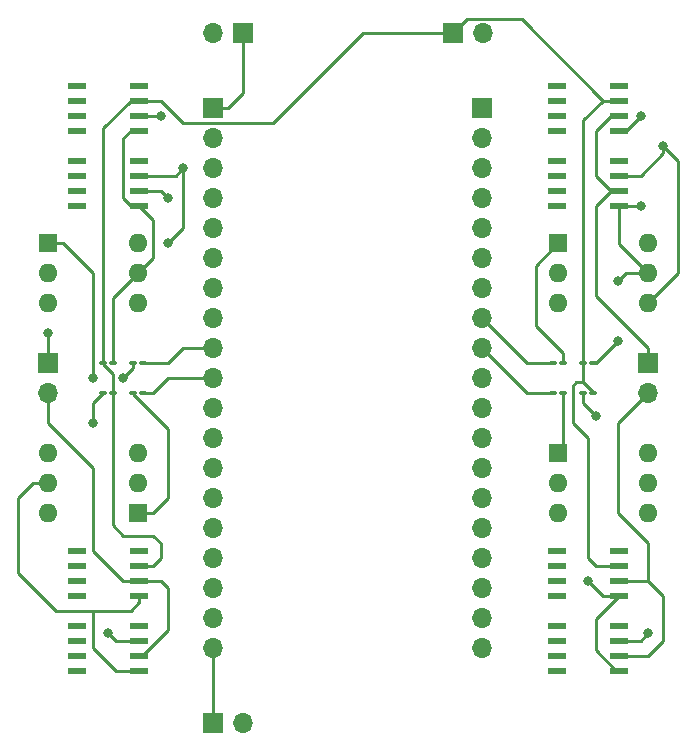
<source format=gtl>
G04 #@! TF.GenerationSoftware,KiCad,Pcbnew,(6.0.2)*
G04 #@! TF.CreationDate,2022-11-25T11:25:02-08:00*
G04 #@! TF.ProjectId,robot_pcb,726f626f-745f-4706-9362-2e6b69636164,rev?*
G04 #@! TF.SameCoordinates,Original*
G04 #@! TF.FileFunction,Copper,L1,Top*
G04 #@! TF.FilePolarity,Positive*
%FSLAX46Y46*%
G04 Gerber Fmt 4.6, Leading zero omitted, Abs format (unit mm)*
G04 Created by KiCad (PCBNEW (6.0.2)) date 2022-11-25 11:25:02*
%MOMM*%
%LPD*%
G01*
G04 APERTURE LIST*
G04 Aperture macros list*
%AMRoundRect*
0 Rectangle with rounded corners*
0 $1 Rounding radius*
0 $2 $3 $4 $5 $6 $7 $8 $9 X,Y pos of 4 corners*
0 Add a 4 corners polygon primitive as box body*
4,1,4,$2,$3,$4,$5,$6,$7,$8,$9,$2,$3,0*
0 Add four circle primitives for the rounded corners*
1,1,$1+$1,$2,$3*
1,1,$1+$1,$4,$5*
1,1,$1+$1,$6,$7*
1,1,$1+$1,$8,$9*
0 Add four rect primitives between the rounded corners*
20,1,$1+$1,$2,$3,$4,$5,0*
20,1,$1+$1,$4,$5,$6,$7,0*
20,1,$1+$1,$6,$7,$8,$9,0*
20,1,$1+$1,$8,$9,$2,$3,0*%
G04 Aperture macros list end*
G04 #@! TA.AperFunction,ComponentPad*
%ADD10R,1.700000X1.700000*%
G04 #@! TD*
G04 #@! TA.AperFunction,ComponentPad*
%ADD11O,1.700000X1.700000*%
G04 #@! TD*
G04 #@! TA.AperFunction,SMDPad,CuDef*
%ADD12RoundRect,0.041300X0.748700X0.253700X-0.748700X0.253700X-0.748700X-0.253700X0.748700X-0.253700X0*%
G04 #@! TD*
G04 #@! TA.AperFunction,SMDPad,CuDef*
%ADD13RoundRect,0.100000X0.217500X0.100000X-0.217500X0.100000X-0.217500X-0.100000X0.217500X-0.100000X0*%
G04 #@! TD*
G04 #@! TA.AperFunction,ComponentPad*
%ADD14R,1.600000X1.600000*%
G04 #@! TD*
G04 #@! TA.AperFunction,ComponentPad*
%ADD15O,1.600000X1.600000*%
G04 #@! TD*
G04 #@! TA.AperFunction,SMDPad,CuDef*
%ADD16RoundRect,0.100000X-0.217500X-0.100000X0.217500X-0.100000X0.217500X0.100000X-0.217500X0.100000X0*%
G04 #@! TD*
G04 #@! TA.AperFunction,ViaPad*
%ADD17C,0.800000*%
G04 #@! TD*
G04 #@! TA.AperFunction,Conductor*
%ADD18C,0.250000*%
G04 #@! TD*
G04 APERTURE END LIST*
D10*
X111760000Y-119380000D03*
D11*
X114300000Y-119380000D03*
D12*
X105495000Y-108585000D03*
X105495000Y-107315000D03*
X105495000Y-106045000D03*
X105495000Y-104775000D03*
X100245000Y-104775000D03*
X100245000Y-106045000D03*
X100245000Y-107315000D03*
X100245000Y-108585000D03*
X105495000Y-69215000D03*
X105495000Y-67945000D03*
X105495000Y-66675000D03*
X105495000Y-65405000D03*
X100245000Y-65405000D03*
X100245000Y-66675000D03*
X100245000Y-67945000D03*
X100245000Y-69215000D03*
D10*
X111760000Y-67320000D03*
D11*
X111760000Y-69860000D03*
X111760000Y-72400000D03*
X111760000Y-74940000D03*
X111760000Y-77480000D03*
X111760000Y-80020000D03*
X111760000Y-82560000D03*
X111760000Y-85100000D03*
X111760000Y-87640000D03*
X111760000Y-90180000D03*
X111760000Y-92720000D03*
X111760000Y-95260000D03*
X111760000Y-97800000D03*
X111760000Y-100340000D03*
X111760000Y-102880000D03*
X111760000Y-105420000D03*
X111760000Y-107960000D03*
X111760000Y-110500000D03*
X111760000Y-113040000D03*
D12*
X105495000Y-114935000D03*
X105495000Y-113665000D03*
X105495000Y-112395000D03*
X105495000Y-111125000D03*
X100245000Y-111125000D03*
X100245000Y-112395000D03*
X100245000Y-113665000D03*
X100245000Y-114935000D03*
X146135000Y-75565000D03*
X146135000Y-74295000D03*
X146135000Y-73025000D03*
X146135000Y-71755000D03*
X140885000Y-71755000D03*
X140885000Y-73025000D03*
X140885000Y-74295000D03*
X140885000Y-75565000D03*
D10*
X114300000Y-60960000D03*
D11*
X111760000Y-60960000D03*
D13*
X141377500Y-88900000D03*
X140562500Y-88900000D03*
D12*
X146135000Y-108585000D03*
X146135000Y-107315000D03*
X146135000Y-106045000D03*
X146135000Y-104775000D03*
X140885000Y-104775000D03*
X140885000Y-106045000D03*
X140885000Y-107315000D03*
X140885000Y-108585000D03*
D14*
X140970000Y-78740000D03*
D15*
X140970000Y-81280000D03*
X140970000Y-83820000D03*
X148590000Y-83820000D03*
X148590000Y-81280000D03*
X148590000Y-78740000D03*
D12*
X146135000Y-114935000D03*
X146135000Y-113665000D03*
X146135000Y-112395000D03*
X146135000Y-111125000D03*
X140885000Y-111125000D03*
X140885000Y-112395000D03*
X140885000Y-113665000D03*
X140885000Y-114935000D03*
D16*
X102462500Y-91440000D03*
X103277500Y-91440000D03*
D10*
X134560000Y-67310000D03*
D11*
X134560000Y-69850000D03*
X134560000Y-72390000D03*
X134560000Y-74930000D03*
X134560000Y-77470000D03*
X134560000Y-80010000D03*
X134560000Y-82550000D03*
X134560000Y-85090000D03*
X134560000Y-87630000D03*
X134560000Y-90170000D03*
X134560000Y-92710000D03*
X134560000Y-95250000D03*
X134560000Y-97790000D03*
X134560000Y-100330000D03*
X134560000Y-102870000D03*
X134560000Y-105410000D03*
X134560000Y-107950000D03*
X134560000Y-110490000D03*
X134560000Y-113030000D03*
D13*
X141377500Y-91440000D03*
X140562500Y-91440000D03*
D12*
X105495000Y-75565000D03*
X105495000Y-74295000D03*
X105495000Y-73025000D03*
X105495000Y-71755000D03*
X100245000Y-71755000D03*
X100245000Y-73025000D03*
X100245000Y-74295000D03*
X100245000Y-75565000D03*
D16*
X105002500Y-88900000D03*
X105817500Y-88900000D03*
D14*
X97800000Y-78740000D03*
D15*
X97800000Y-81280000D03*
X97800000Y-83820000D03*
X105420000Y-83820000D03*
X105420000Y-81280000D03*
X105420000Y-78740000D03*
D12*
X146135000Y-69215000D03*
X146135000Y-67945000D03*
X146135000Y-66675000D03*
X146135000Y-65405000D03*
X140885000Y-65405000D03*
X140885000Y-66675000D03*
X140885000Y-67945000D03*
X140885000Y-69215000D03*
D14*
X140980000Y-96535000D03*
D15*
X140980000Y-99075000D03*
X140980000Y-101615000D03*
X148600000Y-101615000D03*
X148600000Y-99075000D03*
X148600000Y-96535000D03*
D13*
X143917500Y-88900000D03*
X143102500Y-88900000D03*
D10*
X132080000Y-60960000D03*
D11*
X134620000Y-60960000D03*
D10*
X97790000Y-88900000D03*
D11*
X97790000Y-91440000D03*
D10*
X148590000Y-88900000D03*
D11*
X148590000Y-91440000D03*
D13*
X103287500Y-88900000D03*
X102472500Y-88900000D03*
D16*
X143102500Y-91440000D03*
X143917500Y-91440000D03*
D14*
X105400000Y-101585000D03*
D15*
X105400000Y-99045000D03*
X105400000Y-96505000D03*
X97780000Y-96505000D03*
X97780000Y-99045000D03*
X97780000Y-101585000D03*
D16*
X105002500Y-91440000D03*
X105817500Y-91440000D03*
D17*
X104140000Y-90170000D03*
X101600000Y-90170000D03*
X101600000Y-93980000D03*
X147955000Y-75565000D03*
X147955000Y-67945000D03*
X146050000Y-81915000D03*
X146050000Y-86995000D03*
X144145000Y-93345000D03*
X143510000Y-107315000D03*
X107315000Y-67945000D03*
X107950000Y-74930000D03*
X97790000Y-86360000D03*
X107950000Y-78740000D03*
X149860000Y-70485000D03*
X109220000Y-72390000D03*
X102870000Y-111760000D03*
X148590000Y-111760000D03*
D18*
X105002500Y-89307500D02*
X104140000Y-90170000D01*
X101600000Y-90170000D02*
X101600000Y-81280000D01*
X105002500Y-88900000D02*
X105002500Y-89307500D01*
X99060000Y-78740000D02*
X97800000Y-78740000D01*
X101600000Y-81280000D02*
X99060000Y-78740000D01*
X114300000Y-66040000D02*
X114300000Y-60960000D01*
X113020000Y-67320000D02*
X114300000Y-66040000D01*
X111760000Y-67320000D02*
X113020000Y-67320000D01*
X104140000Y-69850000D02*
X104140000Y-74930000D01*
X106680000Y-80020000D02*
X106680000Y-76750000D01*
X105420000Y-81280000D02*
X106680000Y-80020000D01*
X106680000Y-76750000D02*
X105495000Y-75565000D01*
X103287500Y-83412500D02*
X103287500Y-88900000D01*
X105420000Y-81280000D02*
X103287500Y-83412500D01*
X105495000Y-69215000D02*
X104775000Y-69215000D01*
X104775000Y-75565000D02*
X105495000Y-75565000D01*
X104775000Y-69215000D02*
X104140000Y-69850000D01*
X104140000Y-74930000D02*
X104775000Y-75565000D01*
X146135000Y-106045000D02*
X144145000Y-106045000D01*
X103277500Y-102642500D02*
X104140000Y-103505000D01*
X142240000Y-93980000D02*
X142240000Y-90805000D01*
X116840000Y-68580000D02*
X124460000Y-60960000D01*
X124460000Y-60960000D02*
X132080000Y-60960000D01*
X104775000Y-66675000D02*
X105495000Y-66675000D01*
X143510000Y-105410000D02*
X143510000Y-95250000D01*
X107315000Y-105410000D02*
X106680000Y-106045000D01*
X143102500Y-90522139D02*
X143917500Y-91337139D01*
X103277500Y-91440000D02*
X103277500Y-89807861D01*
X106680000Y-106045000D02*
X105495000Y-106045000D01*
X143102500Y-88900000D02*
X143102500Y-68352500D01*
X103277500Y-89807861D02*
X102472500Y-89002861D01*
X102472500Y-68977500D02*
X104775000Y-66675000D01*
X143102500Y-68352500D02*
X144780000Y-66675000D01*
X143917500Y-91337139D02*
X143917500Y-91440000D01*
X144780000Y-66675000D02*
X146135000Y-66675000D01*
X144145000Y-106045000D02*
X143510000Y-105410000D01*
X102472500Y-89002861D02*
X102472500Y-88900000D01*
X107315000Y-66675000D02*
X109220000Y-68580000D01*
X133254511Y-59785489D02*
X132080000Y-60960000D01*
X109220000Y-68580000D02*
X116840000Y-68580000D01*
X144780000Y-66675000D02*
X137890489Y-59785489D01*
X103277500Y-91440000D02*
X103277500Y-102642500D01*
X137890489Y-59785489D02*
X133254511Y-59785489D01*
X142522861Y-90522139D02*
X143102500Y-90522139D01*
X105495000Y-66675000D02*
X107315000Y-66675000D01*
X106680000Y-103505000D02*
X107315000Y-104140000D01*
X143510000Y-95250000D02*
X142240000Y-93980000D01*
X104140000Y-103505000D02*
X106680000Y-103505000D01*
X102472500Y-88900000D02*
X102472500Y-68977500D01*
X142240000Y-90805000D02*
X142522861Y-90522139D01*
X143102500Y-88900000D02*
X143102500Y-90522139D01*
X107315000Y-104140000D02*
X107315000Y-105410000D01*
X97780000Y-99045000D02*
X96535000Y-99045000D01*
X101600000Y-92302500D02*
X102462500Y-91440000D01*
X98425000Y-109855000D02*
X101600000Y-109855000D01*
X101600000Y-113030000D02*
X101600000Y-109855000D01*
X105495000Y-114935000D02*
X103505000Y-114935000D01*
X95250000Y-106680000D02*
X98425000Y-109855000D01*
X101600000Y-93980000D02*
X101600000Y-92302500D01*
X103505000Y-114935000D02*
X101600000Y-113030000D01*
X101600000Y-109855000D02*
X104775000Y-109855000D01*
X96535000Y-99045000D02*
X95250000Y-100330000D01*
X105495000Y-109135000D02*
X105495000Y-108585000D01*
X95250000Y-100330000D02*
X95250000Y-106680000D01*
X104775000Y-109855000D02*
X105495000Y-109135000D01*
X141377500Y-88900000D02*
X141377500Y-88037500D01*
X139065000Y-80645000D02*
X140970000Y-78740000D01*
X141377500Y-88037500D02*
X139065000Y-85725000D01*
X139065000Y-85725000D02*
X139065000Y-80645000D01*
X143917500Y-88900000D02*
X144145000Y-88900000D01*
X146685000Y-81280000D02*
X146050000Y-81915000D01*
X146685000Y-69215000D02*
X146135000Y-69215000D01*
X147955000Y-75565000D02*
X146135000Y-75565000D01*
X148590000Y-81280000D02*
X146135000Y-78825000D01*
X147955000Y-67945000D02*
X146685000Y-69215000D01*
X148590000Y-81280000D02*
X146685000Y-81280000D01*
X144145000Y-88900000D02*
X146050000Y-86995000D01*
X146135000Y-78825000D02*
X146135000Y-75565000D01*
X146135000Y-114935000D02*
X145885253Y-114935000D01*
X146135000Y-108585000D02*
X144780000Y-108585000D01*
X144780000Y-108585000D02*
X143510000Y-107315000D01*
X144145000Y-110575000D02*
X146135000Y-108585000D01*
X145885253Y-114935000D02*
X144145000Y-113194747D01*
X144145000Y-93345000D02*
X143102500Y-92302500D01*
X143102500Y-91440000D02*
X143102500Y-92302500D01*
X144145000Y-113194747D02*
X144145000Y-110575000D01*
X140980000Y-96535000D02*
X141377500Y-96137500D01*
X141377500Y-96137500D02*
X141377500Y-91440000D01*
X111760000Y-87640000D02*
X109210000Y-87640000D01*
X109210000Y-87640000D02*
X107950000Y-88900000D01*
X107950000Y-88900000D02*
X105817500Y-88900000D01*
X140562500Y-88900000D02*
X138370000Y-88900000D01*
X138370000Y-88900000D02*
X134560000Y-85090000D01*
X107960000Y-90180000D02*
X111760000Y-90180000D01*
X106680000Y-91440000D02*
X107950000Y-90170000D01*
X107950000Y-90170000D02*
X107960000Y-90180000D01*
X105817500Y-91440000D02*
X106680000Y-91440000D01*
X140562500Y-91440000D02*
X138370000Y-91440000D01*
X138370000Y-91440000D02*
X134560000Y-87630000D01*
X111760000Y-113040000D02*
X111760000Y-119380000D01*
X107950000Y-100330000D02*
X107950000Y-94490361D01*
X105002500Y-91542861D02*
X105002500Y-91440000D01*
X105400000Y-101585000D02*
X106695000Y-101585000D01*
X107950000Y-94490361D02*
X105002500Y-91542861D01*
X106695000Y-101585000D02*
X107950000Y-100330000D01*
X97790000Y-88900000D02*
X97790000Y-86360000D01*
X105495000Y-67945000D02*
X107315000Y-67945000D01*
X107950000Y-74930000D02*
X107315000Y-74295000D01*
X107315000Y-74295000D02*
X105495000Y-74295000D01*
X104140000Y-107315000D02*
X105495000Y-107315000D01*
X101600000Y-104775000D02*
X104140000Y-107315000D01*
X107950000Y-107950000D02*
X107315000Y-107315000D01*
X97790000Y-91440000D02*
X97790000Y-93980000D01*
X105744747Y-113665000D02*
X107950000Y-111459747D01*
X105495000Y-113665000D02*
X105744747Y-113665000D01*
X107950000Y-111459747D02*
X107950000Y-107950000D01*
X97790000Y-93980000D02*
X101600000Y-97790000D01*
X101600000Y-97790000D02*
X101600000Y-104775000D01*
X107315000Y-107315000D02*
X105495000Y-107315000D01*
X145415000Y-74295000D02*
X146135000Y-74295000D01*
X144145000Y-75565000D02*
X145415000Y-74295000D01*
X144780000Y-83820000D02*
X144145000Y-83185000D01*
X145415000Y-74295000D02*
X144145000Y-73025000D01*
X145415000Y-67945000D02*
X146135000Y-67945000D01*
X148590000Y-87630000D02*
X145415000Y-84455000D01*
X148590000Y-88900000D02*
X148590000Y-87630000D01*
X144145000Y-69215000D02*
X145415000Y-67945000D01*
X145415000Y-84455000D02*
X144780000Y-83820000D01*
X144145000Y-83185000D02*
X144145000Y-75565000D01*
X144145000Y-73025000D02*
X144145000Y-69215000D01*
X148590000Y-91440000D02*
X146050000Y-93980000D01*
X149860000Y-112395000D02*
X149860000Y-108585000D01*
X146050000Y-93980000D02*
X146050000Y-101600000D01*
X148590000Y-107315000D02*
X146135000Y-107315000D01*
X148590000Y-107315000D02*
X148590000Y-104140000D01*
X149860000Y-108585000D02*
X148590000Y-107315000D01*
X146135000Y-113665000D02*
X148590000Y-113665000D01*
X148590000Y-104140000D02*
X146050000Y-101600000D01*
X148590000Y-113665000D02*
X149860000Y-112395000D01*
X102870000Y-111760000D02*
X103505000Y-112395000D01*
X151130000Y-81280000D02*
X151130000Y-71755000D01*
X147955000Y-112395000D02*
X148590000Y-111760000D01*
X148590000Y-83820000D02*
X151130000Y-81280000D01*
X147955000Y-73025000D02*
X146135000Y-73025000D01*
X146135000Y-112395000D02*
X147955000Y-112395000D01*
X147955000Y-73025000D02*
X149860000Y-71120000D01*
X103505000Y-112395000D02*
X105495000Y-112395000D01*
X109220000Y-77470000D02*
X109220000Y-72390000D01*
X107950000Y-78740000D02*
X109220000Y-77470000D01*
X149860000Y-70485000D02*
X149860000Y-71120000D01*
X105495000Y-73025000D02*
X108585000Y-73025000D01*
X151130000Y-71755000D02*
X149860000Y-70485000D01*
X108585000Y-73025000D02*
X109220000Y-72390000D01*
M02*

</source>
